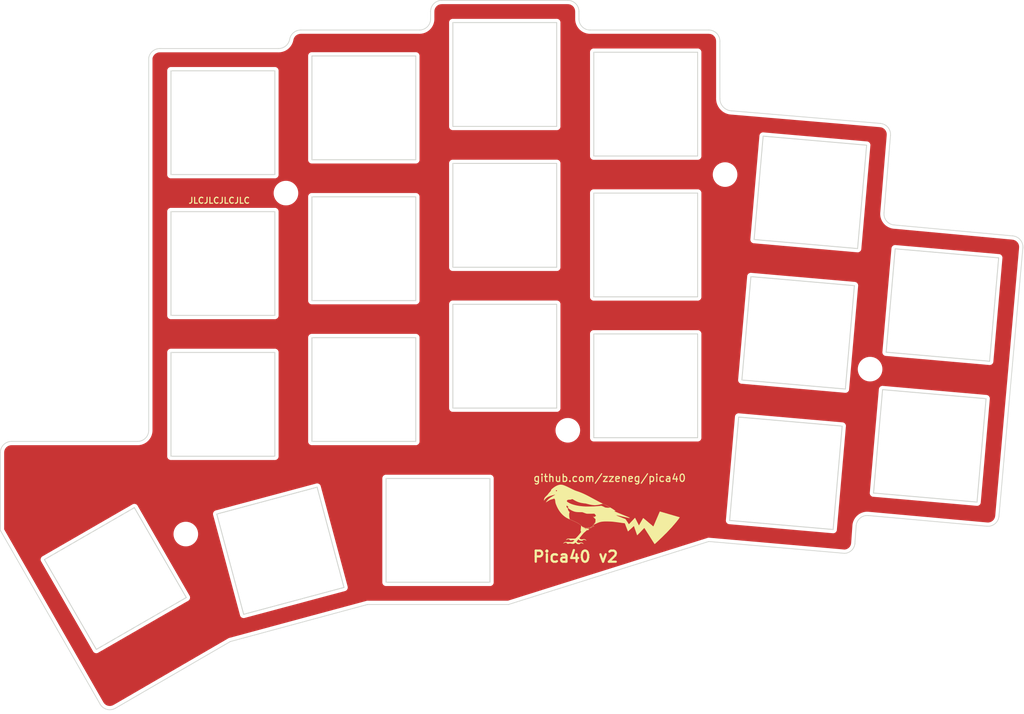
<source format=kicad_pcb>
(kicad_pcb (version 20211014) (generator pcbnew)
  (layers (0 "F.Cu" signal) (31 "B.Cu" signal) (34 "B.Paste" user) (35 "F.Paste" user) (36 "B.SilkS" user "B.Silkscreen") (37 "F.SilkS" user "F.Silkscreen") (38 "B.Mask" user) (39 "F.Mask" user) (44 "Edge.Cuts" user))
  (net 0 "")
  (net 1 "GNDA")
  (footprint "kbd:SW_Hole" (layer "F.Cu") (at 149.5 51.75)
    (fp_text reference "SW3" hide)
    (fp_text value "SW_PUSH" hide)
    (fp_line (start -7 7) (end 7 7) (layer "Edge.Cuts") (width 0.12))
    (fp_line (start 7 7) (end 7 -7) (layer "Edge.Cuts") (width 0.12))
    (fp_line (start -7 -7) (end -7 7) (layer "Edge.Cuts") (width 0.12))
    (fp_line (start 7 -7) (end -7 -7) (layer "Edge.Cuts") (width 0.12))
  )
  (footprint "kbd:SW_Hole" (layer "F.Cu") (at 130.5 56.25)
    (fp_text reference "SW4" hide)
    (fp_text value "SW_PUSH" hide)
    (fp_line (start -7 -7) (end -7 7) (layer "Edge.Cuts") (width 0.12))
    (fp_line (start 7 7) (end 7 -7) (layer "Edge.Cuts") (width 0.12))
    (fp_line (start -7 7) (end 7 7) (layer "Edge.Cuts") (width 0.12))
    (fp_line (start 7 -7) (end -7 -7) (layer "Edge.Cuts") (width 0.12))
  )
  (footprint "kbd:SW_Hole" (layer "F.Cu") (at 190.7 67.65 -5)
    (fp_text reference "SW1" hide)
    (fp_text value "SW_PUSH" hide)
    (fp_line (start 7 7) (end 7 -7) (layer "Edge.Cuts") (width 0.12))
    (fp_line (start -7 7) (end 7 7) (layer "Edge.Cuts") (width 0.12))
    (fp_line (start -7 -7) (end -7 7) (layer "Edge.Cuts") (width 0.12))
    (fp_line (start 7 -7) (end -7 -7) (layer "Edge.Cuts") (width 0.12))
  )
  (footprint "kbd:SW_Hole" (layer "F.Cu") (at 187.4 105.55 -5)
    (fp_text reference "SW11" hide)
    (fp_text value "SW_PUSH" hide)
    (fp_line (start 7 -7) (end -7 -7) (layer "Edge.Cuts") (width 0.12))
    (fp_line (start 7 7) (end 7 -7) (layer "Edge.Cuts") (width 0.12))
    (fp_line (start -7 -7) (end -7 7) (layer "Edge.Cuts") (width 0.12))
    (fp_line (start -7 7) (end 7 7) (layer "Edge.Cuts") (width 0.12))
  )
  (footprint "kbd:SW_Hole" (layer "F.Cu") (at 149.5 70.75)
    (fp_text reference "SW8" hide)
    (fp_text value "SW_PUSH" hide)
    (fp_line (start -7 -7) (end -7 7) (layer "Edge.Cuts") (width 0.12))
    (fp_line (start 7 7) (end 7 -7) (layer "Edge.Cuts") (width 0.12))
    (fp_line (start -7 7) (end 7 7) (layer "Edge.Cuts") (width 0.12))
    (fp_line (start 7 -7) (end -7 -7) (layer "Edge.Cuts") (width 0.12))
  )
  (footprint "kbd:SW_Hole" (layer "F.Cu") (at 130.5 94.25)
    (fp_text reference "SW14" hide)
    (fp_text value "SW_PUSH" hide)
    (fp_line (start 7 -7) (end -7 -7) (layer "Edge.Cuts") (width 0.12))
    (fp_line (start -7 7) (end 7 7) (layer "Edge.Cuts") (width 0.12))
    (fp_line (start 7 7) (end 7 -7) (layer "Edge.Cuts") (width 0.12))
    (fp_line (start -7 -7) (end -7 7) (layer "Edge.Cuts") (width 0.12))
  )
  (footprint "kbd:SW_Hole" (layer "F.Cu") (at 168.5 93.75)
    (fp_text reference "SW12" hide)
    (fp_text value "SW_PUSH" hide)
    (fp_line (start -7 -7) (end -7 7) (layer "Edge.Cuts") (width 0.12))
    (fp_line (start 7 7) (end 7 -7) (layer "Edge.Cuts") (width 0.12))
    (fp_line (start 7 -7) (end -7 -7) (layer "Edge.Cuts") (width 0.12))
    (fp_line (start -7 7) (end 7 7) (layer "Edge.Cuts") (width 0.12))
  )
  (footprint "kbd:SW_Hole" (layer "F.Cu") (at 97 119.75 -60)
    (fp_text reference "SW20" hide)
    (fp_text value "SW_PUSH" hide)
    (fp_line (start -7 7) (end 7 7) (layer "Edge.Cuts") (width 0.12))
    (fp_line (start 7 -7) (end -7 -7) (layer "Edge.Cuts") (width 0.12))
    (fp_line (start 7 7) (end 7 -7) (layer "Edge.Cuts") (width 0.12))
    (fp_line (start -7 -7) (end -7 7) (layer "Edge.Cuts") (width 0.12))
  )
  (footprint "kbd:SW_Hole" (layer "F.Cu") (at 111.5 58.25)
    (fp_text reference "SW5" hide)
    (fp_text value "SW_PUSH" hide)
    (fp_line (start -7 7) (end 7 7) (layer "Edge.Cuts") (width 0.12))
    (fp_line (start 7 -7) (end -7 -7) (layer "Edge.Cuts") (width 0.12))
    (fp_line (start -7 -7) (end -7 7) (layer "Edge.Cuts") (width 0.12))
    (fp_line (start 7 7) (end 7 -7) (layer "Edge.Cuts") (width 0.12))
  )
  (footprint "kbd:SW_Hole" (layer "F.Cu") (at 111.5 96.25)
    (fp_text reference "SW15" hide)
    (fp_text value "SW_PUSH" hide)
    (fp_line (start -7 7) (end 7 7) (layer "Edge.Cuts") (width 0.12))
    (fp_line (start 7 7) (end 7 -7) (layer "Edge.Cuts") (width 0.12))
    (fp_line (start 7 -7) (end -7 -7) (layer "Edge.Cuts") (width 0.12))
    (fp_line (start -7 -7) (end -7 7) (layer "Edge.Cuts") (width 0.12))
  )
  (footprint "kbd:SW_Hole" (layer "F.Cu") (at 189.05 86.6 -5)
    (fp_text reference "SW6" hide)
    (fp_text value "SW_PUSH" hide)
    (fp_line (start -7 7) (end 7 7) (layer "Edge.Cuts") (width 0.12))
    (fp_line (start 7 -7) (end -7 -7) (layer "Edge.Cuts") (width 0.12))
    (fp_line (start -7 -7) (end -7 7) (layer "Edge.Cuts") (width 0.12))
    (fp_line (start 7 7) (end 7 -7) (layer "Edge.Cuts") (width 0.12))
  )
  (footprint "kbd:SW_Hole" (layer "F.Cu") (at 130.5 75.25)
    (fp_text reference "SW9" hide)
    (fp_text value "SW_PUSH" hide)
    (fp_line (start 7 7) (end 7 -7) (layer "Edge.Cuts") (width 0.12))
    (fp_line (start 7 -7) (end -7 -7) (layer "Edge.Cuts") (width 0.12))
    (fp_line (start -7 -7) (end -7 7) (layer "Edge.Cuts") (width 0.12))
    (fp_line (start -7 7) (end 7 7) (layer "Edge.Cuts") (width 0.12))
  )
  (footprint "kbd:SW_Hole" (layer "F.Cu") (at 206.8 101.85 -5)
    (fp_text reference "SW17" hide)
    (fp_text value "SW_PUSH" hide)
    (fp_line (start -7 -7) (end -7 7) (layer "Edge.Cuts") (width 0.12))
    (fp_line (start -7 7) (end 7 7) (layer "Edge.Cuts") (width 0.12))
    (fp_line (start 7 7) (end 7 -7) (layer "Edge.Cuts") (width 0.12))
    (fp_line (start 7 -7) (end -7 -7) (layer "Edge.Cuts") (width 0.12))
  )
  (footprint "kbd:SW_Hole" (layer "F.Cu") (at 168.5 74.75)
    (fp_text reference "SW7" hide)
    (fp_text value "SW_PUSH" hide)
    (fp_line (start 7 7) (end 7 -7) (layer "Edge.Cuts") (width 0.12))
    (fp_line (start -7 -7) (end -7 7) (layer "Edge.Cuts") (width 0.12))
    (fp_line (start 7 -7) (end -7 -7) (layer "Edge.Cuts") (width 0.12))
    (fp_line (start -7 7) (end 7 7) (layer "Edge.Cuts") (width 0.12))
  )
  (footprint "kbd:SW_Hole" (layer "F.Cu") (at 168.5 55.75)
    (fp_text reference "SW2" hide)
    (fp_text value "SW_PUSH" hide)
    (fp_line (start -7 7) (end 7 7) (layer "Edge.Cuts") (width 0.12))
    (fp_line (start 7 7) (end 7 -7) (layer "Edge.Cuts") (width 0.12))
    (fp_line (start 7 -7) (end -7 -7) (layer "Edge.Cuts") (width 0.12))
    (fp_line (start -7 -7) (end -7 7) (layer "Edge.Cuts") (width 0.12))
  )
  (footprint "kbd:SW_Hole" (layer "F.Cu") (at 208.5 82.85 -5)
    (fp_text reference "SW16" hide)
    (fp_text value "SW_PUSH" hide)
    (fp_line (start -7 7) (end 7 7) (layer "Edge.Cuts") (width 0.12))
    (fp_line (start 7 -7) (end -7 -7) (layer "Edge.Cuts") (width 0.12))
    (fp_line (start -7 -7) (end -7 7) (layer "Edge.Cuts") (width 0.12))
    (fp_line (start 7 7) (end 7 -7) (layer "Edge.Cuts") (width 0.12))
  )
  (footprint "kbd:SW_Hole" (layer "F.Cu") (at 149.5 89.75)
    (fp_text reference "SW13" hide)
    (fp_text value "SW_PUSH" hide)
    (fp_line (start 7 -7) (end -7 -7) (layer "Edge.Cuts") (width 0.12))
    (fp_line (start 7 7) (end 7 -7) (layer "Edge.Cuts") (width 0.12))
    (fp_line (start -7 7) (end 7 7) (layer "Edge.Cuts") (width 0.12))
    (fp_line (start -7 -7) (end -7 7) (layer "Edge.Cuts") (width 0.12))
  )
  (footprint "kbd:SW_Hole" (layer "F.Cu") (at 140.5 113.25)
    (fp_text reference "SW18" hide)
    (fp_text value "SW_PUSH" hide)
    (fp_line (start -7 7) (end 7 7) (layer "Edge.Cuts") (width 0.12))
    (fp_line (start 7 -7) (end -7 -7) (layer "Edge.Cuts") (width 0.12))
    (fp_line (start -7 -7) (end -7 7) (layer "Edge.Cuts") (width 0.12))
    (fp_line (start 7 7) (end 7 -7) (layer "Edge.Cuts") (width 0.12))
  )
  (footprint "pica:logo" (layer "F.Cu") (at 162.75 111.095174)
    (fp_text reference "G***" hide)
    (fp_text value "LOGO" hide)
  )
  (footprint "kbd:SW_Hole" (layer "F.Cu") (at 119.25 116 15)
    (fp_text reference "SW19" hide)
    (fp_text value "SW_PUSH" hide)
    (fp_line (start -7 -7) (end -7 7) (layer "Edge.Cuts") (width 0.12))
    (fp_line (start 7 7) (end 7 -7) (layer "Edge.Cuts") (width 0.12))
    (fp_line (start -7 7) (end 7 7) (layer "Edge.Cuts") (width 0.12))
    (fp_line (start 7 -7) (end -7 -7) (layer "Edge.Cuts") (width 0.12))
  )
  (footprint "kbd:SW_Hole" (layer "F.Cu") (at 111.5 77.25)
    (fp_text reference "SW10" hide)
    (fp_text value "SW_PUSH" hide)
    (fp_line (start 7 7) (end 7 -7) (layer "Edge.Cuts") (width 0.12))
    (fp_line (start -7 -7) (end -7 7) (layer "Edge.Cuts") (width 0.12))
    (fp_line (start -7 7) (end 7 7) (layer "Edge.Cuts") (width 0.12))
    (fp_line (start 7 -7) (end -7 -7) (layer "Edge.Cuts") (width 0.12))
  )
  (footprint "kbd:thread_m2" (layer "B.Cu") (at 106.5 113.75 180)
    (fp_text reference "H2" hide)
    (fp_text value "MountingHole" hide)
    (pad "" np_thru_hole circle locked (at 0 0 180) (size 2.3 2.3) (drill 2.3) (layers *.Cu *.Mask))
  )
  (footprint "kbd:thread_m2" (layer "B.Cu") (at 179.2 65.25 175)
    (fp_text reference "H1" hide)
    (fp_text value "MountingHole" hide)
    (pad "" np_thru_hole circle locked (at 0 0 175) (size 2.3 2.3) (drill 2.3) (layers *.Cu *.Mask))
  )
  (footprint "kbd:thread_m2" (layer "B.Cu") (at 198.75 91.5 175)
    (fp_text reference "H3" hide)
    (fp_text value "MountingHole" hide)
    (pad "" np_thru_hole circle locked (at 0 0 175) (size 2.3 2.3) (drill 2.3) (layers *.Cu *.Mask))
  )
  (footprint "kbd:thread_m2" (layer "B.Cu") (at 158 99.75 180)
    (fp_text reference "H4" hide)
    (fp_text value "MountingHole" hide)
    (pad "" np_thru_hole circle locked (at 0 0 180) (size 2.3 2.3) (drill 2.3) (layers *.Cu *.Mask))
  )
  (footprint "kbd:thread_m2" (layer "B.Cu") (at 120 67.75 -165)
    (fp_text reference "H5" hide)
    (fp_text value "MountingHole" hide)
    (pad "" np_thru_hole circle locked (at 0 0 195) (size 2.3 2.3) (drill 2.3) (layers *.Cu *.Mask))
  )
  (gr_line (start 217.981667 73.524974) (end 201.993146 72.049377) (layer "Edge.Cuts") (width 0.1))
  (gr_arc (start 158 41.75) (mid 159.06066 42.18934) (end 159.5 43.25) (layer "Edge.Cuts") (width 0.1))
  (gr_line (start 196.7 115.05) (end 196.874974 112.613557) (layer "Edge.Cuts") (width 0.1))
  (gr_line (start 161 45.75) (end 177 45.75) (layer "Edge.Cuts") (width 0.1))
  (gr_arc (start 139.5 43.25) (mid 139.93934 42.18934) (end 141 41.75) (layer "Edge.Cuts") (width 0.1))
  (gr_line (start 83 101.25) (end 100 101.25) (layer "Edge.Cuts") (width 0.1))
  (gr_line (start 81.5 113.25) (end 94.950962 136.700962) (layer "Edge.Cuts") (width 0.1))
  (gr_arc (start 217.981667 73.524974) (mid 218.999993 74.055093) (end 219.345225 75.15) (layer "Edge.Cuts") (width 0.1))
  (gr_line (start 216.125022 111.331632) (end 219.345225 75.15) (layer "Edge.Cuts") (width 0.1))
  (gr_arc (start 200.136442 58.349769) (mid 201.154744 58.879885) (end 201.5 59.974794) (layer "Edge.Cuts") (width 0.1))
  (gr_line (start 177 114.75) (end 195.3 116.35) (layer "Edge.Cuts") (width 0.1))
  (gr_arc (start 97 137.25) (mid 95.861773 137.399855) (end 94.950962 136.700962) (layer "Edge.Cuts") (width 0.1))
  (gr_line (start 101.5 49.5) (end 101.499994 99.749996) (layer "Edge.Cuts") (width 0.1))
  (gr_arc (start 120.5 47) (mid 121.023719 46.103463) (end 122 45.75) (layer "Edge.Cuts") (width 0.1))
  (gr_line (start 131 123.25) (end 150 123.25) (layer "Edge.Cuts") (width 0.1))
  (gr_arc (start 196.7 115.05) (mid 196.242654 115.96133) (end 195.3 116.35) (layer "Edge.Cuts") (width 0.1))
  (gr_arc (start 139.5 44.25) (mid 139.06066 45.31066) (end 138 45.75) (layer "Edge.Cuts") (width 0.1))
  (gr_line (start 158 41.75) (end 141 41.75) (layer "Edge.Cuts") (width 0.1))
  (gr_line (start 112.5 128.25) (end 131 123.25) (layer "Edge.Cuts") (width 0.1))
  (gr_arc (start 196.874974 112.613557) (mid 197.405086 111.595216) (end 198.5 111.25) (layer "Edge.Cuts") (width 0.1))
  (gr_arc (start 120.5 47) (mid 119.976281 47.896537) (end 119 48.25) (layer "Edge.Cuts") (width 0.1))
  (gr_arc (start 180.074203 56.650232) (mid 178.956651 56.140323) (end 178.5 55) (layer "Edge.Cuts") (width 0.1))
  (gr_line (start 81.5 102.75) (end 81.5 113.25) (layer "Edge.Cuts") (width 0.1))
  (gr_arc (start 216.125022 111.331632) (mid 215.594915 112.349977) (end 214.5 112.695189) (layer "Edge.Cuts") (width 0.1))
  (gr_line (start 112.5 128.25) (end 97 137.25) (layer "Edge.Cuts") (width 0.1))
  (gr_line (start 122 45.75) (end 138 45.75) (layer "Edge.Cuts") (width 0.1))
  (gr_arc (start 161 45.75) (mid 159.93934 45.31066) (end 159.5 44.25) (layer "Edge.Cuts") (width 0.1))
  (gr_line (start 103 48.25) (end 119 48.25) (layer "Edge.Cuts") (width 0.1))
  (gr_line (start 159.5 44.25) (end 159.5 43.25) (layer "Edge.Cuts") (width 0.1))
  (gr_line (start 150 123.25) (end 177 114.75) (layer "Edge.Cuts") (width 0.1))
  (gr_line (start 198.5 111.25) (end 214.5 112.695189) (layer "Edge.Cuts") (width 0.1))
  (gr_line (start 139.5 43.25) (end 139.5 44.25) (layer "Edge.Cuts") (width 0.1))
  (gr_arc (start 177 45.75) (mid 178.06066 46.18934) (end 178.5 47.25) (layer "Edge.Cuts") (width 0.1))
  (gr_line (start 178.5 55) (end 178.5 47.25) (layer "Edge.Cuts") (width 0.1))
  (gr_arc (start 81.5 102.75) (mid 81.93934 101.68934) (end 83 101.25) (layer "Edge.Cuts") (width 0.1))
  (gr_line (start 200.629588 70.424352) (end 201.5 59.974794) (layer "Edge.Cuts") (width 0.1))
  (gr_arc (start 101.499994 99.749996) (mid 101.060658 100.810657) (end 100 101.25) (layer "Edge.Cuts") (width 0.1))
  (gr_arc (start 101.5 49.5) (mid 102.023719 48.603463) (end 103 48.25) (layer "Edge.Cuts") (width 0.1))
  (gr_arc (start 201.993146 72.049377) (mid 200.974832 71.51926) (end 200.629588 70.424352) (layer "Edge.Cuts") (width 0.1))
  (gr_line (start 200.136442 58.349769) (end 180.074203 56.650232) (layer "Edge.Cuts") (width 0.1))
  (gr_text "JLCJLCJLCJLC" (at 111 68.75) (layer "F.SilkS") (effects (font (size 0.8 0.8))))
  (gr_text "github.com/zzeneg/pica40" (at 163.633844 106.2) (layer "F.SilkS") (effects (font (size 1 1))))
  (gr_text "Pica40 v2" (at 159.033844 116.8) (layer "F.SilkS") (effects (font (size 1.5 1.5) (thickness 0.3))))
  (zone (net 1) (net_name "GNDA") (layer "F.Cu") (connect_pads (clearance 0.508)) (min_thickness 0.254) (fill yes (thermal_gap 0.508) (thermal_bridge_width 0.508) (island_removal_mode 1) (island_area_min 0))
    (polygon (pts (xy 139.5 44.25) (xy 138 45.75) (xy 120.75 45.75) (xy 120.5 47) (xy 119.25 48.25) (xy 101.5 48.25) (xy 101.5 100) (xy 100.236013 101.25) (xy 81.5 101.25) (xy 81.5 113.25) (xy 95.75 138) (xy 112.5 128.25) (xy 131 123.25) (xy 150 123.25) (xy 177 114.75) (xy 196.5 116.5) (xy 197 112.25) (xy 198.25 111.25) (xy 216 113) (xy 219.5 73.75) (xy 201.75 72) (xy 200.75 70.75) (xy 201.65 58.55) (xy 179.95 56.65) (xy 178.5 55.25) (xy 178.5 45.75) (xy 161 45.75) (xy 159.5 44.25) (xy 159.5 41.75) (xy 139.5 41.75)))
  )
)
</source>
